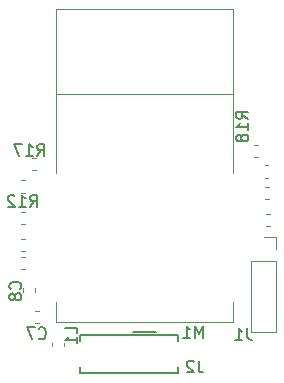
<source format=gbr>
%TF.GenerationSoftware,KiCad,Pcbnew,(5.1.5)-3*%
%TF.CreationDate,2020-05-01T16:03:37+02:00*%
%TF.ProjectId,SX1280_module,53583132-3830-45f6-9d6f-64756c652e6b,rev?*%
%TF.SameCoordinates,Original*%
%TF.FileFunction,Legend,Bot*%
%TF.FilePolarity,Positive*%
%FSLAX46Y46*%
G04 Gerber Fmt 4.6, Leading zero omitted, Abs format (unit mm)*
G04 Created by KiCad (PCBNEW (5.1.5)-3) date 2020-05-01 16:03:37*
%MOMM*%
%LPD*%
G04 APERTURE LIST*
%ADD10C,0.150000*%
%ADD11C,0.120000*%
G04 APERTURE END LIST*
D10*
%TO.C,J2*%
X120000000Y-118970000D02*
X118000000Y-118970000D01*
X113550000Y-122470000D02*
X113550000Y-121995000D01*
X121850000Y-122470000D02*
X113550000Y-122470000D01*
X121850000Y-121995000D02*
X121850000Y-122470000D01*
X113550000Y-119270000D02*
X113550000Y-119745000D01*
X121850000Y-119270000D02*
X113550000Y-119270000D01*
X121850000Y-119745000D02*
X121850000Y-119270000D01*
D11*
%TO.C,J1*%
X130158000Y-110916400D02*
X129098000Y-110916400D01*
X130158000Y-111976400D02*
X130158000Y-110916400D01*
X130158000Y-112976400D02*
X128038000Y-112976400D01*
X128038000Y-112976400D02*
X128038000Y-119036400D01*
X130158000Y-112976400D02*
X130158000Y-119036400D01*
X130158000Y-119036400D02*
X128038000Y-119036400D01*
%TO.C,R18*%
X128234221Y-103135200D02*
X128559779Y-103135200D01*
X128234221Y-104155200D02*
X128559779Y-104155200D01*
%TO.C,R17*%
X109478821Y-104303600D02*
X109804379Y-104303600D01*
X109478821Y-105323600D02*
X109804379Y-105323600D01*
%TO.C,R16*%
X129290821Y-108977200D02*
X129616379Y-108977200D01*
X129290821Y-109997200D02*
X129616379Y-109997200D01*
%TO.C,R14*%
X129189221Y-106691200D02*
X129514779Y-106691200D01*
X129189221Y-107711200D02*
X129514779Y-107711200D01*
%TO.C,R13*%
X129148721Y-104900000D02*
X129474279Y-104900000D01*
X129148721Y-105920000D02*
X129474279Y-105920000D01*
%TO.C,R12*%
X108874779Y-107190000D02*
X108549221Y-107190000D01*
X108874779Y-106170000D02*
X108549221Y-106170000D01*
%TO.C,R11*%
X108849279Y-109857000D02*
X108523721Y-109857000D01*
X108849279Y-108837000D02*
X108523721Y-108837000D01*
%TO.C,R9*%
X108874779Y-113667000D02*
X108549221Y-113667000D01*
X108874779Y-112647000D02*
X108549221Y-112647000D01*
%TO.C,R8*%
X108874779Y-112143000D02*
X108549221Y-112143000D01*
X108874779Y-111123000D02*
X108549221Y-111123000D01*
%TO.C,M1*%
X111500000Y-98890000D02*
X126500000Y-98890000D01*
X126500000Y-116500000D02*
X126500000Y-118190000D01*
X111500000Y-118190000D02*
X126500000Y-118190000D01*
X126500000Y-91690000D02*
X126500000Y-105500000D01*
X111500000Y-91690000D02*
X111500000Y-105500000D01*
X111500000Y-116500000D02*
X111500000Y-118190000D01*
X111500000Y-91690000D02*
X126500000Y-91690000D01*
%TO.C,L1*%
X111112800Y-120216379D02*
X111112800Y-119890821D01*
X112132800Y-120216379D02*
X112132800Y-119890821D01*
%TO.C,C8*%
X109730000Y-115280221D02*
X109730000Y-115605779D01*
X108710000Y-115280221D02*
X108710000Y-115605779D01*
%TO.C,C7*%
X109692221Y-117219000D02*
X110017779Y-117219000D01*
X109692221Y-118239000D02*
X110017779Y-118239000D01*
%TO.C,J2*%
D10*
X123574133Y-121423180D02*
X123574133Y-122137466D01*
X123621752Y-122280323D01*
X123716990Y-122375561D01*
X123859847Y-122423180D01*
X123955085Y-122423180D01*
X123145561Y-121518419D02*
X123097942Y-121470800D01*
X123002704Y-121423180D01*
X122764609Y-121423180D01*
X122669371Y-121470800D01*
X122621752Y-121518419D01*
X122574133Y-121613657D01*
X122574133Y-121708895D01*
X122621752Y-121851752D01*
X123193180Y-122423180D01*
X122574133Y-122423180D01*
%TO.C,J1*%
X127688933Y-118679980D02*
X127688933Y-119394266D01*
X127736552Y-119537123D01*
X127831790Y-119632361D01*
X127974647Y-119679980D01*
X128069885Y-119679980D01*
X126688933Y-119679980D02*
X127260361Y-119679980D01*
X126974647Y-119679980D02*
X126974647Y-118679980D01*
X127069885Y-118822838D01*
X127165123Y-118918076D01*
X127260361Y-118965695D01*
%TO.C,R18*%
X127757180Y-100957142D02*
X127280990Y-100623809D01*
X127757180Y-100385714D02*
X126757180Y-100385714D01*
X126757180Y-100766666D01*
X126804800Y-100861904D01*
X126852419Y-100909523D01*
X126947657Y-100957142D01*
X127090514Y-100957142D01*
X127185752Y-100909523D01*
X127233371Y-100861904D01*
X127280990Y-100766666D01*
X127280990Y-100385714D01*
X127757180Y-101909523D02*
X127757180Y-101338095D01*
X127757180Y-101623809D02*
X126757180Y-101623809D01*
X126900038Y-101528571D01*
X126995276Y-101433333D01*
X127042895Y-101338095D01*
X127185752Y-102480952D02*
X127138133Y-102385714D01*
X127090514Y-102338095D01*
X126995276Y-102290476D01*
X126947657Y-102290476D01*
X126852419Y-102338095D01*
X126804800Y-102385714D01*
X126757180Y-102480952D01*
X126757180Y-102671428D01*
X126804800Y-102766666D01*
X126852419Y-102814285D01*
X126947657Y-102861904D01*
X126995276Y-102861904D01*
X127090514Y-102814285D01*
X127138133Y-102766666D01*
X127185752Y-102671428D01*
X127185752Y-102480952D01*
X127233371Y-102385714D01*
X127280990Y-102338095D01*
X127376228Y-102290476D01*
X127566704Y-102290476D01*
X127661942Y-102338095D01*
X127709561Y-102385714D01*
X127757180Y-102480952D01*
X127757180Y-102671428D01*
X127709561Y-102766666D01*
X127661942Y-102814285D01*
X127566704Y-102861904D01*
X127376228Y-102861904D01*
X127280990Y-102814285D01*
X127233371Y-102766666D01*
X127185752Y-102671428D01*
%TO.C,R17*%
X109913657Y-104084380D02*
X110246990Y-103608190D01*
X110485085Y-104084380D02*
X110485085Y-103084380D01*
X110104133Y-103084380D01*
X110008895Y-103132000D01*
X109961276Y-103179619D01*
X109913657Y-103274857D01*
X109913657Y-103417714D01*
X109961276Y-103512952D01*
X110008895Y-103560571D01*
X110104133Y-103608190D01*
X110485085Y-103608190D01*
X108961276Y-104084380D02*
X109532704Y-104084380D01*
X109246990Y-104084380D02*
X109246990Y-103084380D01*
X109342228Y-103227238D01*
X109437466Y-103322476D01*
X109532704Y-103370095D01*
X108627942Y-103084380D02*
X107961276Y-103084380D01*
X108389847Y-104084380D01*
%TO.C,R12*%
X109304057Y-108402380D02*
X109637390Y-107926190D01*
X109875485Y-108402380D02*
X109875485Y-107402380D01*
X109494533Y-107402380D01*
X109399295Y-107450000D01*
X109351676Y-107497619D01*
X109304057Y-107592857D01*
X109304057Y-107735714D01*
X109351676Y-107830952D01*
X109399295Y-107878571D01*
X109494533Y-107926190D01*
X109875485Y-107926190D01*
X108351676Y-108402380D02*
X108923104Y-108402380D01*
X108637390Y-108402380D02*
X108637390Y-107402380D01*
X108732628Y-107545238D01*
X108827866Y-107640476D01*
X108923104Y-107688095D01*
X107970723Y-107497619D02*
X107923104Y-107450000D01*
X107827866Y-107402380D01*
X107589771Y-107402380D01*
X107494533Y-107450000D01*
X107446914Y-107497619D01*
X107399295Y-107592857D01*
X107399295Y-107688095D01*
X107446914Y-107830952D01*
X108018342Y-108402380D01*
X107399295Y-108402380D01*
%TO.C,M1*%
X123948723Y-119476780D02*
X123948723Y-118476780D01*
X123615390Y-119191066D01*
X123282057Y-118476780D01*
X123282057Y-119476780D01*
X122282057Y-119476780D02*
X122853485Y-119476780D01*
X122567771Y-119476780D02*
X122567771Y-118476780D01*
X122663009Y-118619638D01*
X122758247Y-118714876D01*
X122853485Y-118762495D01*
%TO.C,L1*%
X113279180Y-119111733D02*
X113279180Y-118635542D01*
X112279180Y-118635542D01*
X113279180Y-119968876D02*
X113279180Y-119397447D01*
X113279180Y-119683161D02*
X112279180Y-119683161D01*
X112422038Y-119587923D01*
X112517276Y-119492685D01*
X112564895Y-119397447D01*
%TO.C,C8*%
X108459542Y-115352533D02*
X108507161Y-115304914D01*
X108554780Y-115162057D01*
X108554780Y-115066819D01*
X108507161Y-114923961D01*
X108411923Y-114828723D01*
X108316685Y-114781104D01*
X108126209Y-114733485D01*
X107983352Y-114733485D01*
X107792876Y-114781104D01*
X107697638Y-114828723D01*
X107602400Y-114923961D01*
X107554780Y-115066819D01*
X107554780Y-115162057D01*
X107602400Y-115304914D01*
X107650019Y-115352533D01*
X107983352Y-115923961D02*
X107935733Y-115828723D01*
X107888114Y-115781104D01*
X107792876Y-115733485D01*
X107745257Y-115733485D01*
X107650019Y-115781104D01*
X107602400Y-115828723D01*
X107554780Y-115923961D01*
X107554780Y-116114438D01*
X107602400Y-116209676D01*
X107650019Y-116257295D01*
X107745257Y-116304914D01*
X107792876Y-116304914D01*
X107888114Y-116257295D01*
X107935733Y-116209676D01*
X107983352Y-116114438D01*
X107983352Y-115923961D01*
X108030971Y-115828723D01*
X108078590Y-115781104D01*
X108173828Y-115733485D01*
X108364304Y-115733485D01*
X108459542Y-115781104D01*
X108507161Y-115828723D01*
X108554780Y-115923961D01*
X108554780Y-116114438D01*
X108507161Y-116209676D01*
X108459542Y-116257295D01*
X108364304Y-116304914D01*
X108173828Y-116304914D01*
X108078590Y-116257295D01*
X108030971Y-116209676D01*
X107983352Y-116114438D01*
%TO.C,C7*%
X110021666Y-119516142D02*
X110069285Y-119563761D01*
X110212142Y-119611380D01*
X110307380Y-119611380D01*
X110450238Y-119563761D01*
X110545476Y-119468523D01*
X110593095Y-119373285D01*
X110640714Y-119182809D01*
X110640714Y-119039952D01*
X110593095Y-118849476D01*
X110545476Y-118754238D01*
X110450238Y-118659000D01*
X110307380Y-118611380D01*
X110212142Y-118611380D01*
X110069285Y-118659000D01*
X110021666Y-118706619D01*
X109688333Y-118611380D02*
X109021666Y-118611380D01*
X109450238Y-119611380D01*
%TD*%
M02*

</source>
